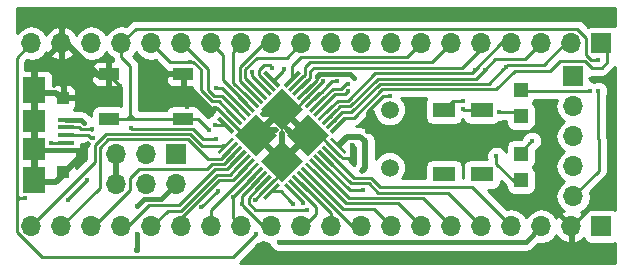
<source format=gtl>
%TF.GenerationSoftware,KiCad,Pcbnew,4.0.7*%
%TF.CreationDate,2017-12-01T14:22:52+08:00*%
%TF.ProjectId,STM32F401CCT6,53544D333246343031434354362E6B69,rev?*%
%TF.FileFunction,Copper,L1,Top,Signal*%
%FSLAX46Y46*%
G04 Gerber Fmt 4.6, Leading zero omitted, Abs format (unit mm)*
G04 Created by KiCad (PCBNEW 4.0.7) date 12/01/17 14:22:52*
%MOMM*%
%LPD*%
G01*
G04 APERTURE LIST*
%ADD10C,0.100000*%
%ADD11R,1.900000X1.300000*%
%ADD12C,1.500000*%
%ADD13R,1.900000X2.250000*%
%ADD14R,1.000000X1.000000*%
%ADD15R,1.350000X0.400000*%
%ADD16R,1.900000X1.900000*%
%ADD17R,1.700000X1.700000*%
%ADD18O,1.700000X1.700000*%
%ADD19R,1.700000X1.000000*%
%ADD20R,1.200000X1.200000*%
%ADD21C,0.453000*%
%ADD22C,0.400000*%
%ADD23C,0.250000*%
%ADD24C,0.300000*%
%ADD25C,0.500000*%
%ADD26C,0.254000*%
G04 APERTURE END LIST*
D10*
D11*
X36822000Y-9292000D03*
X36822000Y-14792000D03*
X40022000Y-14792000D03*
X40022000Y-9292000D03*
D12*
X32222000Y-14222000D03*
X32222000Y-9342000D03*
D13*
X2122000Y-7672000D03*
X2122000Y-15222000D03*
D14*
X4572000Y-8297000D03*
X4572000Y-14597000D03*
D15*
X4797408Y-10147000D03*
X4797408Y-10797000D03*
X4797408Y-11447000D03*
X4797408Y-12097000D03*
X4797408Y-12747000D03*
D16*
X2122000Y-12647000D03*
X2122000Y-10247000D03*
D10*
G36*
X27348435Y-11608715D02*
X28585871Y-12846151D01*
X28373739Y-13058283D01*
X27136303Y-11820847D01*
X27348435Y-11608715D01*
X27348435Y-11608715D01*
G37*
G36*
X26994882Y-11962268D02*
X28232318Y-13199704D01*
X28020186Y-13411836D01*
X26782750Y-12174400D01*
X26994882Y-11962268D01*
X26994882Y-11962268D01*
G37*
G36*
X26641328Y-12315822D02*
X27878764Y-13553258D01*
X27666632Y-13765390D01*
X26429196Y-12527954D01*
X26641328Y-12315822D01*
X26641328Y-12315822D01*
G37*
G36*
X26287775Y-12669375D02*
X27525211Y-13906811D01*
X27313079Y-14118943D01*
X26075643Y-12881507D01*
X26287775Y-12669375D01*
X26287775Y-12669375D01*
G37*
G36*
X25934222Y-13022928D02*
X27171658Y-14260364D01*
X26959526Y-14472496D01*
X25722090Y-13235060D01*
X25934222Y-13022928D01*
X25934222Y-13022928D01*
G37*
G36*
X26605972Y-14826050D02*
X25368536Y-13588614D01*
X25580668Y-13376482D01*
X26818104Y-14613918D01*
X26605972Y-14826050D01*
X26605972Y-14826050D01*
G37*
G36*
X25227115Y-13730035D02*
X26464551Y-14967471D01*
X26252419Y-15179603D01*
X25014983Y-13942167D01*
X25227115Y-13730035D01*
X25227115Y-13730035D01*
G37*
G36*
X24873561Y-14083589D02*
X26110997Y-15321025D01*
X25898865Y-15533157D01*
X24661429Y-14295721D01*
X24873561Y-14083589D01*
X24873561Y-14083589D01*
G37*
G36*
X24520008Y-14437142D02*
X25757444Y-15674578D01*
X25545312Y-15886710D01*
X24307876Y-14649274D01*
X24520008Y-14437142D01*
X24520008Y-14437142D01*
G37*
G36*
X24166455Y-14790695D02*
X25403891Y-16028131D01*
X25191759Y-16240263D01*
X23954323Y-15002827D01*
X24166455Y-14790695D01*
X24166455Y-14790695D01*
G37*
G36*
X23812901Y-15144249D02*
X25050337Y-16381685D01*
X24838205Y-16593817D01*
X23600769Y-15356381D01*
X23812901Y-15144249D01*
X23812901Y-15144249D01*
G37*
G36*
X23459348Y-15497802D02*
X24696784Y-16735238D01*
X24484652Y-16947370D01*
X23247216Y-15709934D01*
X23459348Y-15497802D01*
X23459348Y-15497802D01*
G37*
G36*
X25014983Y-8992419D02*
X26252419Y-7754983D01*
X26464551Y-7967115D01*
X25227115Y-9204551D01*
X25014983Y-8992419D01*
X25014983Y-8992419D01*
G37*
G36*
X25368536Y-9345972D02*
X26605972Y-8108536D01*
X26818104Y-8320668D01*
X25580668Y-9558104D01*
X25368536Y-9345972D01*
X25368536Y-9345972D01*
G37*
G36*
X25722090Y-9699526D02*
X26959526Y-8462090D01*
X27171658Y-8674222D01*
X25934222Y-9911658D01*
X25722090Y-9699526D01*
X25722090Y-9699526D01*
G37*
G36*
X26075643Y-10053079D02*
X27313079Y-8815643D01*
X27525211Y-9027775D01*
X26287775Y-10265211D01*
X26075643Y-10053079D01*
X26075643Y-10053079D01*
G37*
G36*
X26429196Y-10406632D02*
X27666632Y-9169196D01*
X27878764Y-9381328D01*
X26641328Y-10618764D01*
X26429196Y-10406632D01*
X26429196Y-10406632D01*
G37*
G36*
X26782750Y-10760186D02*
X28020186Y-9522750D01*
X28232318Y-9734882D01*
X26994882Y-10972318D01*
X26782750Y-10760186D01*
X26782750Y-10760186D01*
G37*
G36*
X24661429Y-8638865D02*
X25898865Y-7401429D01*
X26110997Y-7613561D01*
X24873561Y-8850997D01*
X24661429Y-8638865D01*
X24661429Y-8638865D01*
G37*
G36*
X27136303Y-11113739D02*
X28373739Y-9876303D01*
X28585871Y-10088435D01*
X27348435Y-11325871D01*
X27136303Y-11113739D01*
X27136303Y-11113739D01*
G37*
G36*
X24307876Y-8285312D02*
X25545312Y-7047876D01*
X25757444Y-7260008D01*
X24520008Y-8497444D01*
X24307876Y-8285312D01*
X24307876Y-8285312D01*
G37*
G36*
X23954323Y-7931759D02*
X25191759Y-6694323D01*
X25403891Y-6906455D01*
X24166455Y-8143891D01*
X23954323Y-7931759D01*
X23954323Y-7931759D01*
G37*
G36*
X23600769Y-7578205D02*
X24838205Y-6340769D01*
X25050337Y-6552901D01*
X23812901Y-7790337D01*
X23600769Y-7578205D01*
X23600769Y-7578205D01*
G37*
G36*
X23247216Y-7224652D02*
X24484652Y-5987216D01*
X24696784Y-6199348D01*
X23459348Y-7436784D01*
X23247216Y-7224652D01*
X23247216Y-7224652D01*
G37*
G36*
X19605616Y-8108536D02*
X20843052Y-9345972D01*
X20630920Y-9558104D01*
X19393484Y-8320668D01*
X19605616Y-8108536D01*
X19605616Y-8108536D01*
G37*
G36*
X19959169Y-7754983D02*
X21196605Y-8992419D01*
X20984473Y-9204551D01*
X19747037Y-7967115D01*
X19959169Y-7754983D01*
X19959169Y-7754983D01*
G37*
G36*
X20312723Y-7401429D02*
X21550159Y-8638865D01*
X21338027Y-8850997D01*
X20100591Y-7613561D01*
X20312723Y-7401429D01*
X20312723Y-7401429D01*
G37*
G36*
X20666276Y-7047876D02*
X21903712Y-8285312D01*
X21691580Y-8497444D01*
X20454144Y-7260008D01*
X20666276Y-7047876D01*
X20666276Y-7047876D01*
G37*
G36*
X21019829Y-6694323D02*
X22257265Y-7931759D01*
X22045133Y-8143891D01*
X20807697Y-6906455D01*
X21019829Y-6694323D01*
X21019829Y-6694323D01*
G37*
G36*
X21373383Y-6340769D02*
X22610819Y-7578205D01*
X22398687Y-7790337D01*
X21161251Y-6552901D01*
X21373383Y-6340769D01*
X21373383Y-6340769D01*
G37*
G36*
X21726936Y-5987216D02*
X22964372Y-7224652D01*
X22752240Y-7436784D01*
X21514804Y-6199348D01*
X21726936Y-5987216D01*
X21726936Y-5987216D01*
G37*
G36*
X19252062Y-8462090D02*
X20489498Y-9699526D01*
X20277366Y-9911658D01*
X19039930Y-8674222D01*
X19252062Y-8462090D01*
X19252062Y-8462090D01*
G37*
G36*
X18898509Y-8815643D02*
X20135945Y-10053079D01*
X19923813Y-10265211D01*
X18686377Y-9027775D01*
X18898509Y-8815643D01*
X18898509Y-8815643D01*
G37*
G36*
X18544956Y-9169196D02*
X19782392Y-10406632D01*
X19570260Y-10618764D01*
X18332824Y-9381328D01*
X18544956Y-9169196D01*
X18544956Y-9169196D01*
G37*
G36*
X18191402Y-9522750D02*
X19428838Y-10760186D01*
X19216706Y-10972318D01*
X17979270Y-9734882D01*
X18191402Y-9522750D01*
X18191402Y-9522750D01*
G37*
G36*
X17837849Y-9876303D02*
X19075285Y-11113739D01*
X18863153Y-11325871D01*
X17625717Y-10088435D01*
X17837849Y-9876303D01*
X17837849Y-9876303D01*
G37*
G36*
X19747037Y-14967471D02*
X20984473Y-13730035D01*
X21196605Y-13942167D01*
X19959169Y-15179603D01*
X19747037Y-14967471D01*
X19747037Y-14967471D01*
G37*
G36*
X19393484Y-14613918D02*
X20630920Y-13376482D01*
X20843052Y-13588614D01*
X19605616Y-14826050D01*
X19393484Y-14613918D01*
X19393484Y-14613918D01*
G37*
G36*
X20100591Y-15321025D02*
X21338027Y-14083589D01*
X21550159Y-14295721D01*
X20312723Y-15533157D01*
X20100591Y-15321025D01*
X20100591Y-15321025D01*
G37*
G36*
X20454144Y-15674578D02*
X21691580Y-14437142D01*
X21903712Y-14649274D01*
X20666276Y-15886710D01*
X20454144Y-15674578D01*
X20454144Y-15674578D01*
G37*
G36*
X20807697Y-16028131D02*
X22045133Y-14790695D01*
X22257265Y-15002827D01*
X21019829Y-16240263D01*
X20807697Y-16028131D01*
X20807697Y-16028131D01*
G37*
G36*
X21161251Y-16381685D02*
X22398687Y-15144249D01*
X22610819Y-15356381D01*
X21373383Y-16593817D01*
X21161251Y-16381685D01*
X21161251Y-16381685D01*
G37*
G36*
X21514804Y-16735238D02*
X22752240Y-15497802D01*
X22964372Y-15709934D01*
X21726936Y-16947370D01*
X21514804Y-16735238D01*
X21514804Y-16735238D01*
G37*
G36*
X19039930Y-14260364D02*
X20277366Y-13022928D01*
X20489498Y-13235060D01*
X19252062Y-14472496D01*
X19039930Y-14260364D01*
X19039930Y-14260364D01*
G37*
G36*
X18686377Y-13906811D02*
X19923813Y-12669375D01*
X20135945Y-12881507D01*
X18898509Y-14118943D01*
X18686377Y-13906811D01*
X18686377Y-13906811D01*
G37*
G36*
X18332824Y-13553258D02*
X19570260Y-12315822D01*
X19782392Y-12527954D01*
X18544956Y-13765390D01*
X18332824Y-13553258D01*
X18332824Y-13553258D01*
G37*
G36*
X17979270Y-13199704D02*
X19216706Y-11962268D01*
X19428838Y-12174400D01*
X18191402Y-13411836D01*
X17979270Y-13199704D01*
X17979270Y-13199704D01*
G37*
G36*
X17625717Y-12846151D02*
X18863153Y-11608715D01*
X19075285Y-11820847D01*
X17837849Y-13058283D01*
X17625717Y-12846151D01*
X17625717Y-12846151D01*
G37*
G36*
X25297825Y-9699526D02*
X27065592Y-11467293D01*
X25297825Y-13235060D01*
X23530058Y-11467293D01*
X25297825Y-9699526D01*
X25297825Y-9699526D01*
G37*
G36*
X20913763Y-9699526D02*
X22681530Y-11467293D01*
X20913763Y-13235060D01*
X19145996Y-11467293D01*
X20913763Y-9699526D01*
X20913763Y-9699526D01*
G37*
G36*
X23105794Y-11891557D02*
X24873561Y-13659324D01*
X23105794Y-15427091D01*
X21338027Y-13659324D01*
X23105794Y-11891557D01*
X23105794Y-11891557D01*
G37*
G36*
X23105794Y-7507495D02*
X24873561Y-9275262D01*
X23105794Y-11043029D01*
X21338027Y-9275262D01*
X23105794Y-7507495D01*
X23105794Y-7507495D01*
G37*
D17*
X47772000Y-6482000D03*
D18*
X47772000Y-9022000D03*
X47772000Y-11562000D03*
X47772000Y-14102000D03*
X47772000Y-16642000D03*
D19*
X8462000Y-6282000D03*
X14762000Y-6282000D03*
X8462000Y-10082000D03*
X14762000Y-10082000D03*
D17*
X50152000Y-19182000D03*
D18*
X47612000Y-19182000D03*
X45072000Y-19182000D03*
X42532000Y-19182000D03*
X39992000Y-19182000D03*
X37452000Y-19182000D03*
X34912000Y-19182000D03*
X32372000Y-19182000D03*
X29832000Y-19182000D03*
X27292000Y-19182000D03*
X24752000Y-19182000D03*
X22212000Y-19182000D03*
X19672000Y-19182000D03*
X17132000Y-19182000D03*
X14592000Y-19182000D03*
X12052000Y-19182000D03*
X9512000Y-19182000D03*
X6972000Y-19182000D03*
X4432000Y-19182000D03*
X1892000Y-19182000D03*
D17*
X50152000Y-3682000D03*
D18*
X47612000Y-3682000D03*
X45072000Y-3682000D03*
X42532000Y-3682000D03*
X39992000Y-3682000D03*
X37452000Y-3682000D03*
X34912000Y-3682000D03*
X32372000Y-3682000D03*
X29832000Y-3682000D03*
X27292000Y-3682000D03*
X24752000Y-3682000D03*
X22212000Y-3682000D03*
X19672000Y-3682000D03*
X17132000Y-3682000D03*
X14592000Y-3682000D03*
X12052000Y-3682000D03*
X9512000Y-3682000D03*
X6972000Y-3682000D03*
X4432000Y-3682000D03*
X1892000Y-3682000D03*
D17*
X14110000Y-13080000D03*
D18*
X14110000Y-15620000D03*
X11570000Y-13080000D03*
X11570000Y-15620000D03*
X9030000Y-13080000D03*
X9030000Y-15620000D03*
D20*
X43332000Y-7632000D03*
X43332000Y-9832000D03*
X43332000Y-13062000D03*
X43332000Y-15262000D03*
D21*
X4978642Y-16975358D03*
X22830000Y-20483500D03*
X6570000Y-15250000D03*
X6340000Y-10420000D03*
X11492000Y-7402000D03*
X33870000Y-12560000D03*
X20838457Y-16989442D03*
X26588588Y-6909077D03*
X6670448Y-12212992D03*
X9360000Y-7270000D03*
X29030000Y-12270000D03*
X15027782Y-9037708D03*
X17452000Y-9202000D03*
X29015525Y-13418475D03*
X32242000Y-8122000D03*
X6502000Y-5382000D03*
X21462000Y-9712000D03*
X23082000Y-11297010D03*
X23572000Y-10972000D03*
X22632000Y-11032000D03*
X30302000Y-11072000D03*
X49870000Y-7710000D03*
X27800000Y-6908502D03*
X16953502Y-11052880D03*
X49860000Y-5090000D03*
X38412000Y-8562000D03*
X40283765Y-5933765D03*
X38440000Y-9260000D03*
X39415637Y-5942266D03*
X28687278Y-7758528D03*
X28671321Y-7095929D03*
X41470000Y-9480000D03*
X41270499Y-13199915D03*
X10302000Y-10820499D03*
X17510000Y-11810000D03*
X17682000Y-16150500D03*
X16242233Y-17582233D03*
X42062000Y-5672000D03*
X23320000Y-5870009D03*
X22270000Y-5780000D03*
X20572000Y-6132000D03*
X24876565Y-17206504D03*
X25252000Y-17832000D03*
X19701956Y-17305509D03*
X18976246Y-16716246D03*
X29932000Y-16132000D03*
X17502000Y-7442000D03*
X7001522Y-10963120D03*
X3582000Y-12115500D03*
X7079495Y-11673617D03*
X15360000Y-5230000D03*
X1372000Y-16812000D03*
X20871991Y-19857000D03*
X10772000Y-21212000D03*
X10792000Y-19789009D03*
X26043686Y-6549227D03*
X49203895Y-7744652D03*
X10812000Y-17472000D03*
X29202000Y-6642000D03*
X17403613Y-10579794D03*
X24039145Y-17268683D03*
X29922000Y-14492000D03*
X44272000Y-11932000D03*
D22*
X4797408Y-10147000D02*
X6067000Y-10147000D01*
X6067000Y-10147000D02*
X6340000Y-10420000D01*
D23*
X4978642Y-16841358D02*
X4978642Y-16975358D01*
X6570000Y-15250000D02*
X4978642Y-16841358D01*
D22*
X43770500Y-20483500D02*
X23150319Y-20483500D01*
X45072000Y-19182000D02*
X43770500Y-20483500D01*
X23150319Y-20483500D02*
X22830000Y-20483500D01*
D23*
X45072000Y-19222000D02*
X43762000Y-20532000D01*
D24*
X6272000Y-10352000D02*
X6340000Y-10420000D01*
D25*
X5931440Y-13422560D02*
X5931440Y-12952000D01*
D22*
X2122000Y-12647000D02*
X2222000Y-12747000D01*
X2222000Y-12747000D02*
X4797408Y-12747000D01*
X4797408Y-12747000D02*
X5872408Y-12747000D01*
X5872408Y-12747000D02*
X5931440Y-12806032D01*
X5931440Y-12806032D02*
X5931440Y-12952000D01*
D25*
X4572000Y-14597000D02*
X4757000Y-14597000D01*
X4757000Y-14597000D02*
X5931440Y-13422560D01*
D22*
X2236592Y-12742000D02*
X2126592Y-12852000D01*
D25*
X2126592Y-7877000D02*
X3951592Y-7877000D01*
X3951592Y-7877000D02*
X4576592Y-8502000D01*
X2126592Y-15427000D02*
X3951592Y-15427000D01*
X3951592Y-15427000D02*
X4576592Y-14802000D01*
X2126592Y-12852000D02*
X2126592Y-15427000D01*
X2126592Y-10452000D02*
X2126592Y-12852000D01*
X2126592Y-7877000D02*
X2126592Y-10452000D01*
X2102000Y-6012000D02*
X2126592Y-6036592D01*
X2126592Y-6036592D02*
X2126592Y-7877000D01*
D23*
X15991681Y-8062000D02*
X16201681Y-8272000D01*
X16201681Y-8272000D02*
X17131681Y-9202000D01*
X15802000Y-8251681D02*
X16181362Y-8251681D01*
X16181362Y-8251681D02*
X16201681Y-8272000D01*
X15802000Y-8251681D02*
X15991681Y-8062000D01*
X15430000Y-8623681D02*
X15802000Y-8251681D01*
X15432000Y-7502319D02*
X15802000Y-7872319D01*
X15802000Y-7872319D02*
X15991681Y-8062000D01*
X15802000Y-8251681D02*
X15802000Y-7872319D01*
X15430000Y-8635490D02*
X15430000Y-8623681D01*
D25*
X8452000Y-6462000D02*
X7612000Y-6462000D01*
X7612000Y-6462000D02*
X4832000Y-3682000D01*
X4832000Y-3682000D02*
X4432000Y-3682000D01*
D23*
X11812319Y-7402000D02*
X11492000Y-7402000D01*
X15331681Y-7402000D02*
X11812319Y-7402000D01*
X15432000Y-7502319D02*
X15331681Y-7402000D01*
D22*
X33643501Y-12333501D02*
X33870000Y-12560000D01*
X32382000Y-11072000D02*
X33643501Y-12333501D01*
X30302000Y-11072000D02*
X32382000Y-11072000D01*
D23*
X15027782Y-9037708D02*
X15430000Y-8635490D01*
X15430000Y-7504319D02*
X15432000Y-7502319D01*
X21877241Y-15863740D02*
X20830000Y-16910981D01*
X20830000Y-16980985D02*
X20838457Y-16989442D01*
X20830000Y-16910981D02*
X20830000Y-16980985D01*
X47612000Y-19222000D02*
X50622000Y-16212000D01*
X25422227Y-8075438D02*
X26362089Y-7135576D01*
X25422227Y-8125553D02*
X25422227Y-8075438D01*
X26362089Y-7135576D02*
X26588588Y-6909077D01*
D25*
X6443949Y-12439491D02*
X6670448Y-12212992D01*
X5931440Y-12952000D02*
X6443949Y-12439491D01*
D23*
X8552000Y-6462000D02*
X9133501Y-7043501D01*
X8452000Y-6462000D02*
X8552000Y-6462000D01*
X9133501Y-7043501D02*
X9360000Y-7270000D01*
D22*
X29015525Y-12284475D02*
X29030000Y-12270000D01*
X29015525Y-13418475D02*
X29015525Y-12284475D01*
D23*
X18695260Y-10242241D02*
X17645019Y-9192000D01*
X17645019Y-9192000D02*
X17462000Y-9192000D01*
X17462000Y-9192000D02*
X17452000Y-9202000D01*
X17131681Y-9202000D02*
X17452000Y-9202000D01*
D22*
X47612000Y-19182000D02*
X45172000Y-16742000D01*
D25*
X4432000Y-3682000D02*
X2102000Y-6012000D01*
D23*
X27507534Y-12687052D02*
X26287775Y-11467293D01*
X26287775Y-11467293D02*
X25297825Y-11467293D01*
X29015525Y-13418475D02*
X28238425Y-13418475D01*
X28238425Y-13418475D02*
X28238425Y-13417943D01*
X28238425Y-13417943D02*
X27507534Y-12687052D01*
X29015525Y-13416355D02*
X29015525Y-13418475D01*
X29011170Y-13412000D02*
X29015525Y-13416355D01*
X25292000Y-11462000D02*
X26281950Y-11462000D01*
X31921681Y-8122000D02*
X32242000Y-8122000D01*
X30302000Y-11072000D02*
X30302000Y-9483381D01*
X31663381Y-8122000D02*
X31921681Y-8122000D01*
X30302000Y-9483381D02*
X31663381Y-8122000D01*
X25380388Y-8120920D02*
X24231339Y-9269969D01*
X24231339Y-9269969D02*
X23099969Y-9269969D01*
D25*
X23099969Y-13654031D02*
X20907938Y-11462000D01*
X25292000Y-11462000D02*
X23099969Y-13654031D01*
X25292000Y-11462000D02*
X23099969Y-9269969D01*
X22632000Y-11032000D02*
X21337938Y-11032000D01*
X21337938Y-11032000D02*
X20907938Y-11462000D01*
X23082000Y-11297010D02*
X23082000Y-13636062D01*
X25292000Y-11462000D02*
X24062000Y-11462000D01*
X24062000Y-11462000D02*
X23572000Y-10972000D01*
X23099969Y-9269969D02*
X20907938Y-11462000D01*
X21462000Y-9712000D02*
X22657938Y-9712000D01*
X22657938Y-9712000D02*
X23099969Y-9269969D01*
D23*
X23099969Y-13654031D02*
X23099969Y-14643981D01*
X23099969Y-14643981D02*
X21880210Y-15863740D01*
X20907938Y-11462000D02*
X22252104Y-11462000D01*
X18698229Y-10242241D02*
X19917988Y-11462000D01*
X19917988Y-11462000D02*
X20907938Y-11462000D01*
X27521776Y-12681776D02*
X27498740Y-12681776D01*
X27498740Y-12681776D02*
X27498732Y-12681768D01*
X7682000Y-6462000D02*
X8452000Y-6462000D01*
D25*
X2102000Y-8152000D02*
X2102000Y-8752000D01*
D23*
X9822000Y-10082000D02*
X10582000Y-10082000D01*
X10582000Y-10082000D02*
X14762000Y-10082000D01*
X10268508Y-9762000D02*
X10268508Y-9768508D01*
X10268508Y-9768508D02*
X10582000Y-10082000D01*
X8462000Y-10082000D02*
X9822000Y-10082000D01*
X9948508Y-10082000D02*
X10268508Y-9762000D01*
X10268508Y-5640589D02*
X10268508Y-9762000D01*
X9822000Y-10082000D02*
X9948508Y-10082000D01*
X10268508Y-9762000D02*
X10268508Y-10000000D01*
X16953502Y-11052880D02*
X15982622Y-10082000D01*
X15982622Y-10082000D02*
X14762000Y-10082000D01*
X49870000Y-11752000D02*
X49870000Y-8030319D01*
X49910000Y-11792000D02*
X49870000Y-11752000D01*
X49870000Y-8030319D02*
X49870000Y-7710000D01*
X49910000Y-11964000D02*
X49910000Y-11792000D01*
X49910000Y-11792000D02*
X49910000Y-14504000D01*
X49910000Y-14504000D02*
X47772000Y-16642000D01*
X25841768Y-8402000D02*
X25843768Y-8400000D01*
X25843768Y-8400000D02*
X25854886Y-8400000D01*
X25854886Y-8400000D02*
X26471350Y-7783536D01*
X26952009Y-7325595D02*
X27369102Y-6908502D01*
X26471350Y-7783536D02*
X26495388Y-7783536D01*
X26495388Y-7783536D02*
X26952009Y-7326915D01*
X26952009Y-7326915D02*
X26952009Y-7325595D01*
X27369102Y-6908502D02*
X27800000Y-6908502D01*
X9512000Y-3682000D02*
X9512000Y-4884081D01*
X9512000Y-4884081D02*
X10268508Y-5640589D01*
X48110988Y-2442000D02*
X48882000Y-3213012D01*
X10752000Y-2442000D02*
X48110988Y-2442000D01*
X9512000Y-3682000D02*
X10752000Y-2442000D01*
X14752000Y-10262000D02*
X14428634Y-9938634D01*
X14752000Y-10262000D02*
X14752000Y-10094081D01*
X9950000Y-3650000D02*
X9940000Y-3650000D01*
X47772000Y-16492000D02*
X47772000Y-16642000D01*
X49539681Y-5090000D02*
X49860000Y-5090000D01*
X49289999Y-5090000D02*
X49539681Y-5090000D01*
X48882000Y-4682001D02*
X49289999Y-5090000D01*
X48882000Y-3213012D02*
X48882000Y-4682001D01*
X39547024Y-6670506D02*
X40057266Y-6160264D01*
X40057266Y-6160264D02*
X40283765Y-5933765D01*
X31205685Y-6670506D02*
X39547024Y-6670506D01*
X28894199Y-8981992D02*
X31205685Y-6670506D01*
X27145186Y-9888687D02*
X28051881Y-8981992D01*
X28051881Y-8981992D02*
X28894199Y-8981992D01*
X41177021Y-5040509D02*
X43683491Y-5040509D01*
X43683491Y-5040509D02*
X45072000Y-3652000D01*
X40283765Y-5933765D02*
X41177021Y-5040509D01*
X38412000Y-8562000D02*
X37552000Y-8562000D01*
X37552000Y-8562000D02*
X36822000Y-9292000D01*
X38472000Y-9292000D02*
X38440000Y-9260000D01*
X40022000Y-9292000D02*
X38472000Y-9292000D01*
X39189138Y-6168765D02*
X39415637Y-5942266D01*
X31019289Y-6220505D02*
X39137398Y-6220505D01*
X26800427Y-9540427D02*
X27808863Y-8531991D01*
X28707803Y-8531991D02*
X31019289Y-6220505D01*
X39137398Y-6220505D02*
X39189138Y-6168765D01*
X27808863Y-8531991D02*
X28707803Y-8531991D01*
X39415637Y-5942266D02*
X41685903Y-3672000D01*
X41685903Y-3672000D02*
X42542000Y-3672000D01*
X42542000Y-3672000D02*
X42532000Y-3682000D01*
X40022000Y-9292000D02*
X39722000Y-9292000D01*
X42972000Y-3652000D02*
X42970000Y-3650000D01*
X28687278Y-7758528D02*
X28462279Y-7983527D01*
X28462279Y-7983527D02*
X27639103Y-7983527D01*
X27639103Y-7983527D02*
X27130477Y-8492153D01*
X27130477Y-8492153D02*
X26441049Y-9181581D01*
X26441049Y-9181581D02*
X26472419Y-9181581D01*
X27402009Y-7511991D02*
X27402009Y-7513311D01*
X27402009Y-7513311D02*
X26082660Y-8832660D01*
X27402009Y-7511991D02*
X27402009Y-7513513D01*
X27402009Y-7511991D02*
X28125997Y-7511991D01*
X28125997Y-7511991D02*
X28542059Y-7095929D01*
X28542059Y-7095929D02*
X28671321Y-7095929D01*
X41512000Y-9522000D02*
X41470000Y-9480000D01*
X43592000Y-9522000D02*
X41512000Y-9522000D01*
X41270499Y-13890499D02*
X41270499Y-13520234D01*
X43592000Y-15362000D02*
X42742000Y-15362000D01*
X42742000Y-15362000D02*
X41270499Y-13890499D01*
X41270499Y-13520234D02*
X41270499Y-13199915D01*
X43592000Y-15149538D02*
X43592000Y-15362000D01*
X17510000Y-11810000D02*
X16422794Y-11810000D01*
X16422794Y-11810000D02*
X15534792Y-10921998D01*
X15534792Y-10921998D02*
X10411998Y-10921998D01*
X10411998Y-10921998D02*
X10310499Y-10820499D01*
X10310499Y-10820499D02*
X10302000Y-10820499D01*
X17673966Y-16150500D02*
X17682000Y-16150500D01*
X16242233Y-17582233D02*
X17673966Y-16150500D01*
X49315595Y-5751992D02*
X50175997Y-5751992D01*
X50652000Y-4152000D02*
X50152000Y-3652000D01*
X48735603Y-5172000D02*
X49315595Y-5751992D01*
X46618989Y-5172000D02*
X48735603Y-5172000D01*
X42806991Y-6017009D02*
X45773980Y-6017009D01*
X41253492Y-7570508D02*
X42806991Y-6017009D01*
X31578477Y-7570508D02*
X41253492Y-7570508D01*
X45773980Y-6017009D02*
X46618989Y-5172000D01*
X29166985Y-9982000D02*
X31578477Y-7570508D01*
X50652000Y-5275989D02*
X50652000Y-4152000D01*
X28448000Y-9982000D02*
X29166985Y-9982000D01*
X27861087Y-10568913D02*
X28448000Y-9982000D01*
X27861087Y-10601087D02*
X27861087Y-10568913D01*
X50175997Y-5751992D02*
X50652000Y-5275989D01*
X41835501Y-5898499D02*
X42062000Y-5672000D01*
X40613493Y-7120507D02*
X41835501Y-5898499D01*
X28980588Y-9532000D02*
X31392081Y-7120507D01*
X28208981Y-9532000D02*
X28980588Y-9532000D01*
X27498740Y-10242241D02*
X28208981Y-9532000D01*
X31392081Y-7120507D02*
X40613493Y-7120507D01*
X47612000Y-3682000D02*
X47112000Y-3682000D01*
X47112000Y-3682000D02*
X45261990Y-5532010D01*
X45261990Y-5532010D02*
X42191990Y-5532010D01*
X42191990Y-5532010D02*
X42062000Y-5662000D01*
X42062000Y-5662000D02*
X42062000Y-5672000D01*
X24679107Y-7419107D02*
X25471785Y-6626429D01*
X25471785Y-6626429D02*
X25471785Y-6072215D01*
X25471785Y-6072215D02*
X25787007Y-5756993D01*
X25787007Y-5756993D02*
X38323007Y-5756993D01*
X38323007Y-5756993D02*
X40430000Y-3650000D01*
X25021784Y-6369322D02*
X25014981Y-6376125D01*
X35827008Y-5306992D02*
X25447008Y-5306992D01*
X25021784Y-5732216D02*
X25021784Y-6369322D01*
X25447008Y-5306992D02*
X25021784Y-5732216D01*
X37452000Y-3682000D02*
X35827008Y-5306992D01*
X25014981Y-6376125D02*
X24325553Y-7065553D01*
X33707009Y-4856991D02*
X34912000Y-3652000D01*
X24717009Y-4856991D02*
X33707009Y-4856991D01*
X23963206Y-5610794D02*
X24717009Y-4856991D01*
X23963206Y-6706707D02*
X23963206Y-5610794D01*
X23093501Y-6096508D02*
X23320000Y-5870009D01*
X22478669Y-6711340D02*
X23093501Y-6096508D01*
X22228928Y-6711340D02*
X22478669Y-6711340D01*
X21877241Y-7060260D02*
X21877241Y-7021407D01*
X21590000Y-5560000D02*
X22070000Y-5560000D01*
X21877241Y-7021407D02*
X21189804Y-6333970D01*
X21189804Y-6333970D02*
X21189804Y-5960196D01*
X22070000Y-5560000D02*
X22300000Y-5790000D01*
X21189804Y-5960196D02*
X21590000Y-5560000D01*
X20572000Y-6452319D02*
X20572000Y-6132000D01*
X20572000Y-6462127D02*
X20572000Y-6452319D01*
X21523687Y-7413814D02*
X20572000Y-6462127D01*
X24752000Y-3652000D02*
X23492000Y-4912000D01*
X23492000Y-4912000D02*
X20995792Y-4912000D01*
X20995792Y-4912000D02*
X20012009Y-5895783D01*
X20012009Y-5895783D02*
X20012009Y-6609242D01*
X20012009Y-6609242D02*
X21170134Y-7767367D01*
X19562008Y-5709387D02*
X21619395Y-3652000D01*
X19562008Y-6866347D02*
X19562008Y-5709387D01*
X20816581Y-8120920D02*
X19562008Y-6866347D01*
X21619395Y-3652000D02*
X22212000Y-3652000D01*
X22254000Y-3650000D02*
X22650000Y-3650000D01*
X20110000Y-3650000D02*
X19780285Y-3650000D01*
X19780285Y-3650000D02*
X19002000Y-4428285D01*
X19002000Y-4428285D02*
X19002000Y-7013447D01*
X19002000Y-7013447D02*
X20463027Y-8474474D01*
X18091991Y-4641991D02*
X18091991Y-6810544D01*
X17132000Y-3682000D02*
X18091991Y-4641991D01*
X18091991Y-6810544D02*
X20109474Y-8828027D01*
X18012726Y-8141992D02*
X17370993Y-8141992D01*
X16882008Y-5870627D02*
X14663381Y-3652000D01*
X19411161Y-9540427D02*
X18012726Y-8141992D01*
X17370993Y-8141992D02*
X16882008Y-7653007D01*
X16882008Y-7653007D02*
X16882008Y-5870627D01*
X14663381Y-3652000D02*
X14592000Y-3652000D01*
X23972000Y-16222586D02*
X24876565Y-17127151D01*
X24876565Y-17127151D02*
X24876565Y-17206504D01*
X20865792Y-17832000D02*
X24931681Y-17832000D01*
X21532481Y-15515479D02*
X20280415Y-16767545D01*
X20280415Y-16767545D02*
X20280415Y-17246623D01*
X20280415Y-17246623D02*
X20865792Y-17832000D01*
X24931681Y-17832000D02*
X25252000Y-17832000D01*
X27145186Y-13035313D02*
X29191873Y-15082000D01*
X29191873Y-15082000D02*
X30642000Y-15082000D01*
X30642000Y-15082000D02*
X31442000Y-15882000D01*
X31442000Y-15882000D02*
X39232000Y-15882000D01*
X39232000Y-15882000D02*
X42532000Y-19182000D01*
X26791633Y-13388866D02*
X28949775Y-15547008D01*
X28949775Y-15547008D02*
X30470611Y-15547008D01*
X30470611Y-15547008D02*
X31255604Y-16332001D01*
X31255604Y-16332001D02*
X37142001Y-16332001D01*
X37142001Y-16332001D02*
X39992000Y-19182000D01*
X26084526Y-14095973D02*
X28770555Y-16782002D01*
X28770555Y-16782002D02*
X35052002Y-16782002D01*
X35052002Y-16782002D02*
X37452000Y-19182000D01*
X25730973Y-14449526D02*
X28513450Y-17232003D01*
X28513450Y-17232003D02*
X32962003Y-17232003D01*
X32962003Y-17232003D02*
X34912000Y-19182000D01*
X25377419Y-14803080D02*
X28256343Y-17682004D01*
X28256343Y-17682004D02*
X30872004Y-17682004D01*
X30872004Y-17682004D02*
X32372000Y-19182000D01*
X29832000Y-19182000D02*
X29062000Y-19182000D01*
X29062000Y-19182000D02*
X25032000Y-15152000D01*
X24670313Y-15510186D02*
X24709166Y-15510186D01*
X24709166Y-15510186D02*
X27292000Y-18093020D01*
X27292000Y-18093020D02*
X27292000Y-19402000D01*
X24752000Y-19402000D02*
X25983491Y-18170509D01*
X25983491Y-18170509D02*
X25983491Y-17533491D01*
X25224294Y-16764294D02*
X25202000Y-16742000D01*
X25983491Y-17533491D02*
X25224294Y-16774294D01*
X25224294Y-16774294D02*
X25224294Y-16764294D01*
X25202000Y-16742000D02*
X25185590Y-16742000D01*
X25185590Y-16742000D02*
X24316759Y-15873169D01*
X19701956Y-16985190D02*
X19701956Y-17305509D01*
X21170134Y-15156633D02*
X19701956Y-16624811D01*
X19701956Y-16624811D02*
X19701956Y-16985190D01*
X21618447Y-19222000D02*
X19928455Y-17532008D01*
X22212000Y-19222000D02*
X21618447Y-19222000D01*
X19928455Y-17532008D02*
X19701956Y-17305509D01*
X22212000Y-19402000D02*
X21922000Y-19402000D01*
X19672000Y-19182000D02*
X18992000Y-18502000D01*
X18992000Y-18502000D02*
X18992000Y-16732000D01*
X18992000Y-16732000D02*
X18976246Y-16716246D01*
X20816581Y-14803080D02*
X18962000Y-16657661D01*
X18962000Y-16657661D02*
X18962000Y-16712000D01*
X18962000Y-16712000D02*
X18972000Y-16712000D01*
X18972000Y-16712000D02*
X18976246Y-16716246D01*
X20463027Y-14449526D02*
X17132000Y-17780553D01*
X17132000Y-17780553D02*
X17132000Y-19402000D01*
X17776904Y-15267636D02*
X18941312Y-15267636D01*
X14592000Y-18452540D02*
X17776904Y-15267636D01*
X18941312Y-15267636D02*
X20117608Y-14091340D01*
X14592000Y-19182000D02*
X14592000Y-18452540D01*
X14592000Y-19402000D02*
X14806948Y-19402000D01*
X15030000Y-19398000D02*
X15032000Y-19396000D01*
X15032000Y-19396000D02*
X15032000Y-19173447D01*
X17590507Y-14817636D02*
X14556142Y-17852001D01*
X13421999Y-17852001D02*
X12052000Y-19222000D01*
X18680703Y-14817636D02*
X17590507Y-14817636D01*
X19755920Y-13742419D02*
X18680703Y-14817636D01*
X14556142Y-17852001D02*
X13421999Y-17852001D01*
X12490000Y-19398000D02*
X12502000Y-19386000D01*
X9512000Y-19182000D02*
X10032000Y-19182000D01*
X10032000Y-19182000D02*
X11812000Y-17402000D01*
X11812000Y-17402000D02*
X14369746Y-17402000D01*
X18437685Y-14367635D02*
X19411161Y-13394159D01*
X14369746Y-17402000D02*
X17404111Y-14367635D01*
X17404111Y-14367635D02*
X18437685Y-14367635D01*
X19048814Y-13035313D02*
X18166492Y-13917635D01*
X18166492Y-13917635D02*
X17162365Y-13917635D01*
X17162365Y-13917635D02*
X16760000Y-14320000D01*
X16760000Y-14320000D02*
X11024000Y-14320000D01*
X11024000Y-14320000D02*
X10282000Y-15062000D01*
X10282000Y-15062000D02*
X10282000Y-16076615D01*
X10282000Y-16076615D02*
X10277385Y-16076615D01*
X10277385Y-16076615D02*
X7172000Y-19182000D01*
X7172000Y-19182000D02*
X7112000Y-19182000D01*
X7112000Y-19182000D02*
X6972000Y-19182000D01*
X6972000Y-19386615D02*
X6972000Y-19402000D01*
X15162000Y-11822000D02*
X16807634Y-13467634D01*
X16807634Y-13467634D02*
X17923472Y-13467634D01*
X7712000Y-12522000D02*
X8412000Y-11822000D01*
X4432000Y-19182000D02*
X7712000Y-15902000D01*
X7712000Y-15902000D02*
X7712000Y-12522000D01*
X8412000Y-11822000D02*
X15162000Y-11822000D01*
X17923472Y-13467634D02*
X18014626Y-13376480D01*
X18014626Y-13376480D02*
X18704054Y-12687052D01*
X18010377Y-12361491D02*
X18038369Y-12333499D01*
X16337887Y-12361491D02*
X18010377Y-12361491D01*
X1892000Y-19182000D02*
X2741999Y-18332001D01*
X15348396Y-11371999D02*
X16337887Y-12361491D01*
X8225604Y-11371999D02*
X15348396Y-11371999D01*
X7261999Y-12335604D02*
X8225604Y-11371999D01*
X18038369Y-12333499D02*
X18350501Y-12333499D01*
X2741999Y-18291792D02*
X7261999Y-13771792D01*
X2741999Y-18332001D02*
X2741999Y-18291792D01*
X7261999Y-13771792D02*
X7261999Y-12335604D01*
X28827661Y-16132000D02*
X29932000Y-16132000D01*
X26438080Y-13742419D02*
X28827661Y-16132000D01*
X17822319Y-7442000D02*
X17502000Y-7442000D01*
X18019840Y-7442000D02*
X17822319Y-7442000D01*
X19764714Y-9186874D02*
X18019840Y-7442000D01*
X4797408Y-10797000D02*
X5900792Y-10797000D01*
X5900792Y-10797000D02*
X6075283Y-10971491D01*
X6075283Y-10971491D02*
X6672832Y-10971491D01*
X6672832Y-10971491D02*
X6681203Y-10963120D01*
X6681203Y-10963120D02*
X7001522Y-10963120D01*
X6958000Y-11002000D02*
X7000000Y-10960000D01*
X7000000Y-10960000D02*
X7000000Y-10961598D01*
X7000000Y-10961598D02*
X7001522Y-10963120D01*
X3582000Y-12142000D02*
X3582000Y-12115500D01*
X3600500Y-12097000D02*
X3582000Y-12115500D01*
X3587000Y-12147000D02*
X3582000Y-12142000D01*
X4797408Y-12097000D02*
X3600500Y-12097000D01*
X4722408Y-12022000D02*
X4632408Y-12112000D01*
X4797408Y-11447000D02*
X6720664Y-11447000D01*
X6720664Y-11447000D02*
X6947281Y-11673617D01*
X6947281Y-11673617D02*
X7079495Y-11673617D01*
X7102000Y-11652000D02*
X7122000Y-11672000D01*
X7122000Y-11672000D02*
X7081112Y-11672000D01*
X7081112Y-11672000D02*
X7079495Y-11673617D01*
X19057608Y-9893980D02*
X17764137Y-8600509D01*
X17764137Y-8600509D02*
X17193114Y-8600509D01*
X17193114Y-8600509D02*
X16210000Y-7617395D01*
X16210000Y-7617395D02*
X16210000Y-5850000D01*
X16210000Y-5850000D02*
X15600000Y-5240000D01*
X15600000Y-5240000D02*
X15370000Y-5240000D01*
X15370000Y-5240000D02*
X15360000Y-5230000D01*
X12052000Y-3682000D02*
X13600000Y-5230000D01*
X13600000Y-5230000D02*
X15039681Y-5230000D01*
X15039681Y-5230000D02*
X15360000Y-5230000D01*
X20871991Y-19857000D02*
X18926991Y-21802000D01*
X18926991Y-21802000D02*
X2773012Y-21802000D01*
X2773012Y-21802000D02*
X632000Y-19660988D01*
X632000Y-19660988D02*
X632000Y-16992000D01*
X632000Y-16992000D02*
X632000Y-16802000D01*
X832000Y-16812000D02*
X812000Y-16812000D01*
X812000Y-16812000D02*
X632000Y-16992000D01*
X832000Y-16812000D02*
X642000Y-16812000D01*
X1372000Y-16812000D02*
X832000Y-16812000D01*
X632000Y-16802000D02*
X632000Y-16632000D01*
X632000Y-16632000D02*
X632000Y-4942000D01*
X812000Y-16812000D02*
X632000Y-16632000D01*
X642000Y-16812000D02*
X632000Y-16802000D01*
X632000Y-4942000D02*
X1892000Y-3682000D01*
D25*
X2052000Y-3842000D02*
X1892000Y-3682000D01*
D23*
X43592000Y-7322000D02*
X43592000Y-7552000D01*
X43592000Y-7552000D02*
X43582000Y-7562000D01*
X43582000Y-7562000D02*
X43764652Y-7744652D01*
X48883576Y-7744652D02*
X49203895Y-7744652D01*
X43764652Y-7744652D02*
X48883576Y-7744652D01*
D22*
X10792000Y-21192000D02*
X10772000Y-21212000D01*
X10792000Y-19789009D02*
X10792000Y-21192000D01*
X10812000Y-17472000D02*
X11407000Y-16877000D01*
X29202000Y-6642000D02*
X28841994Y-6281994D01*
D23*
X26043686Y-6761634D02*
X26043686Y-6549227D01*
X25032660Y-7772660D02*
X26043686Y-6761634D01*
D22*
X26310919Y-6281994D02*
X26270185Y-6322728D01*
X26270185Y-6322728D02*
X26043686Y-6549227D01*
X28841994Y-6281994D02*
X26310919Y-6281994D01*
D23*
X17424906Y-10601087D02*
X17403613Y-10579794D01*
X18350501Y-10601087D02*
X17424906Y-10601087D01*
D25*
X30148499Y-11990362D02*
X29740137Y-11582000D01*
X29740137Y-11582000D02*
X28612586Y-11582000D01*
X28612586Y-11582000D02*
X27931799Y-12262787D01*
D23*
X22983122Y-16212660D02*
X23814146Y-17043684D01*
X22238928Y-16212660D02*
X22983122Y-16212660D01*
X23814146Y-17043684D02*
X24039145Y-17268683D01*
D25*
X29922000Y-14492000D02*
X30148499Y-14265501D01*
X30148499Y-14265501D02*
X30148499Y-11990362D01*
D22*
X11407000Y-16877000D02*
X12853000Y-16877000D01*
X12853000Y-16877000D02*
X13260001Y-16469999D01*
X13260001Y-16469999D02*
X14110000Y-15620000D01*
D23*
X43442000Y-13012000D02*
X43442000Y-12762000D01*
X44045501Y-12158499D02*
X44272000Y-11932000D01*
X43442000Y-12762000D02*
X44045501Y-12158499D01*
X43592000Y-7322000D02*
X43592000Y-7468208D01*
D22*
X43592000Y-7602016D02*
X43592000Y-7322000D01*
D26*
G36*
X47739000Y-19055000D02*
X47759000Y-19055000D01*
X47759000Y-19309000D01*
X47739000Y-19309000D01*
X47739000Y-20502155D01*
X47968890Y-20623476D01*
X48378924Y-20453645D01*
X48681937Y-20177499D01*
X48698838Y-20267317D01*
X48837910Y-20483441D01*
X49050110Y-20628431D01*
X49302000Y-20679440D01*
X51002000Y-20679440D01*
X51237317Y-20635162D01*
X51290000Y-20601261D01*
X51290000Y-22290000D01*
X19513793Y-22290000D01*
X21115099Y-20688694D01*
X21359354Y-20587770D01*
X21476202Y-20471126D01*
X21643715Y-20583054D01*
X21968357Y-20647629D01*
X21968351Y-20654111D01*
X22099230Y-20970863D01*
X22341362Y-21213418D01*
X22657885Y-21344850D01*
X23000611Y-21345149D01*
X23065107Y-21318500D01*
X43770500Y-21318500D01*
X44090041Y-21254939D01*
X44360934Y-21073934D01*
X44794061Y-20640807D01*
X45072000Y-20696093D01*
X45640285Y-20583054D01*
X46122054Y-20261147D01*
X46349702Y-19920447D01*
X46416817Y-20063358D01*
X46845076Y-20453645D01*
X47255110Y-20623476D01*
X47485000Y-20502155D01*
X47485000Y-19309000D01*
X47465000Y-19309000D01*
X47465000Y-19055000D01*
X47485000Y-19055000D01*
X47485000Y-19035000D01*
X47739000Y-19035000D01*
X47739000Y-19055000D01*
X47739000Y-19055000D01*
G37*
X47739000Y-19055000D02*
X47759000Y-19055000D01*
X47759000Y-19309000D01*
X47739000Y-19309000D01*
X47739000Y-20502155D01*
X47968890Y-20623476D01*
X48378924Y-20453645D01*
X48681937Y-20177499D01*
X48698838Y-20267317D01*
X48837910Y-20483441D01*
X49050110Y-20628431D01*
X49302000Y-20679440D01*
X51002000Y-20679440D01*
X51237317Y-20635162D01*
X51290000Y-20601261D01*
X51290000Y-22290000D01*
X19513793Y-22290000D01*
X21115099Y-20688694D01*
X21359354Y-20587770D01*
X21476202Y-20471126D01*
X21643715Y-20583054D01*
X21968357Y-20647629D01*
X21968351Y-20654111D01*
X22099230Y-20970863D01*
X22341362Y-21213418D01*
X22657885Y-21344850D01*
X23000611Y-21345149D01*
X23065107Y-21318500D01*
X43770500Y-21318500D01*
X44090041Y-21254939D01*
X44360934Y-21073934D01*
X44794061Y-20640807D01*
X45072000Y-20696093D01*
X45640285Y-20583054D01*
X46122054Y-20261147D01*
X46349702Y-19920447D01*
X46416817Y-20063358D01*
X46845076Y-20453645D01*
X47255110Y-20623476D01*
X47485000Y-20502155D01*
X47485000Y-19309000D01*
X47465000Y-19309000D01*
X47465000Y-19055000D01*
X47485000Y-19055000D01*
X47485000Y-19035000D01*
X47739000Y-19035000D01*
X47739000Y-19055000D01*
G36*
X35275569Y-8390110D02*
X35224560Y-8642000D01*
X35224560Y-9942000D01*
X35268838Y-10177317D01*
X35407910Y-10393441D01*
X35620110Y-10538431D01*
X35872000Y-10589440D01*
X37772000Y-10589440D01*
X38007317Y-10545162D01*
X38223441Y-10406090D01*
X38368431Y-10193890D01*
X38383100Y-10121451D01*
X38458338Y-10121516D01*
X38468838Y-10177317D01*
X38607910Y-10393441D01*
X38820110Y-10538431D01*
X39072000Y-10589440D01*
X40972000Y-10589440D01*
X41207317Y-10545162D01*
X41423441Y-10406090D01*
X41467575Y-10341498D01*
X41640611Y-10341649D01*
X41784973Y-10282000D01*
X42084560Y-10282000D01*
X42084560Y-10432000D01*
X42128838Y-10667317D01*
X42267910Y-10883441D01*
X42480110Y-11028431D01*
X42732000Y-11079440D01*
X43932000Y-11079440D01*
X44167317Y-11035162D01*
X44383441Y-10896090D01*
X44528431Y-10683890D01*
X44579440Y-10432000D01*
X44579440Y-9232000D01*
X44535162Y-8996683D01*
X44396090Y-8780559D01*
X44326289Y-8732866D01*
X44383441Y-8696090D01*
X44514245Y-8504652D01*
X46360814Y-8504652D01*
X46257907Y-9022000D01*
X46370946Y-9590285D01*
X46692853Y-10072054D01*
X47022026Y-10292000D01*
X46692853Y-10511946D01*
X46370946Y-10993715D01*
X46257907Y-11562000D01*
X46370946Y-12130285D01*
X46692853Y-12612054D01*
X47022026Y-12832000D01*
X46692853Y-13051946D01*
X46370946Y-13533715D01*
X46257907Y-14102000D01*
X46370946Y-14670285D01*
X46692853Y-15152054D01*
X47022026Y-15372000D01*
X46692853Y-15591946D01*
X46370946Y-16073715D01*
X46257907Y-16642000D01*
X46370946Y-17210285D01*
X46692853Y-17692054D01*
X46952793Y-17865740D01*
X46845076Y-17910355D01*
X46416817Y-18300642D01*
X46349702Y-18443553D01*
X46122054Y-18102853D01*
X45640285Y-17780946D01*
X45072000Y-17667907D01*
X44503715Y-17780946D01*
X44021946Y-18102853D01*
X43802000Y-18432026D01*
X43582054Y-18102853D01*
X43100285Y-17780946D01*
X42532000Y-17667907D01*
X42165592Y-17740790D01*
X40514242Y-16089440D01*
X40972000Y-16089440D01*
X41207317Y-16045162D01*
X41423441Y-15906090D01*
X41568431Y-15693890D01*
X41619440Y-15442000D01*
X41619440Y-15314242D01*
X42084560Y-15779362D01*
X42084560Y-15862000D01*
X42128838Y-16097317D01*
X42267910Y-16313441D01*
X42480110Y-16458431D01*
X42732000Y-16509440D01*
X43932000Y-16509440D01*
X44167317Y-16465162D01*
X44383441Y-16326090D01*
X44528431Y-16113890D01*
X44579440Y-15862000D01*
X44579440Y-14662000D01*
X44535162Y-14426683D01*
X44396090Y-14210559D01*
X44326289Y-14162866D01*
X44383441Y-14126090D01*
X44528431Y-13913890D01*
X44579440Y-13662000D01*
X44579440Y-12737113D01*
X44759363Y-12662770D01*
X45001918Y-12420638D01*
X45133350Y-12104115D01*
X45133649Y-11761389D01*
X45002770Y-11444637D01*
X44760638Y-11202082D01*
X44444115Y-11070650D01*
X44101389Y-11070351D01*
X43784637Y-11201230D01*
X43542082Y-11443362D01*
X43440003Y-11689195D01*
X43314638Y-11814560D01*
X42732000Y-11814560D01*
X42496683Y-11858838D01*
X42280559Y-11997910D01*
X42135569Y-12210110D01*
X42084560Y-12462000D01*
X42084560Y-12914132D01*
X42001269Y-12712552D01*
X41759137Y-12469997D01*
X41442614Y-12338565D01*
X41099888Y-12338266D01*
X40783136Y-12469145D01*
X40540581Y-12711277D01*
X40409149Y-13027800D01*
X40408850Y-13370526D01*
X40460100Y-13494560D01*
X39072000Y-13494560D01*
X38836683Y-13538838D01*
X38620559Y-13677910D01*
X38475569Y-13890110D01*
X38424560Y-14142000D01*
X38424560Y-15122000D01*
X38419440Y-15122000D01*
X38419440Y-14142000D01*
X38375162Y-13906683D01*
X38236090Y-13690559D01*
X38023890Y-13545569D01*
X37772000Y-13494560D01*
X35872000Y-13494560D01*
X35636683Y-13538838D01*
X35420559Y-13677910D01*
X35275569Y-13890110D01*
X35224560Y-14142000D01*
X35224560Y-15122000D01*
X33280825Y-15122000D01*
X33395461Y-15007564D01*
X33606759Y-14498702D01*
X33607240Y-13947715D01*
X33396831Y-13438485D01*
X33007564Y-13048539D01*
X32498702Y-12837241D01*
X31947715Y-12836760D01*
X31438485Y-13047169D01*
X31048539Y-13436436D01*
X31033499Y-13472656D01*
X31033499Y-11990367D01*
X31033500Y-11990362D01*
X30966132Y-11651687D01*
X30956910Y-11637885D01*
X30774289Y-11364572D01*
X30774286Y-11364570D01*
X30365927Y-10956210D01*
X30356875Y-10950162D01*
X30078812Y-10764367D01*
X30008621Y-10750405D01*
X29740137Y-10696999D01*
X29740132Y-10697000D01*
X29393213Y-10697000D01*
X29457824Y-10684148D01*
X29704386Y-10519401D01*
X30836960Y-9386827D01*
X30836760Y-9616285D01*
X31047169Y-10125515D01*
X31436436Y-10515461D01*
X31945298Y-10726759D01*
X32496285Y-10727240D01*
X33005515Y-10516831D01*
X33395461Y-10127564D01*
X33606759Y-9618702D01*
X33607240Y-9067715D01*
X33396831Y-8558485D01*
X33169251Y-8330508D01*
X35316293Y-8330508D01*
X35275569Y-8390110D01*
X35275569Y-8390110D01*
G37*
X35275569Y-8390110D02*
X35224560Y-8642000D01*
X35224560Y-9942000D01*
X35268838Y-10177317D01*
X35407910Y-10393441D01*
X35620110Y-10538431D01*
X35872000Y-10589440D01*
X37772000Y-10589440D01*
X38007317Y-10545162D01*
X38223441Y-10406090D01*
X38368431Y-10193890D01*
X38383100Y-10121451D01*
X38458338Y-10121516D01*
X38468838Y-10177317D01*
X38607910Y-10393441D01*
X38820110Y-10538431D01*
X39072000Y-10589440D01*
X40972000Y-10589440D01*
X41207317Y-10545162D01*
X41423441Y-10406090D01*
X41467575Y-10341498D01*
X41640611Y-10341649D01*
X41784973Y-10282000D01*
X42084560Y-10282000D01*
X42084560Y-10432000D01*
X42128838Y-10667317D01*
X42267910Y-10883441D01*
X42480110Y-11028431D01*
X42732000Y-11079440D01*
X43932000Y-11079440D01*
X44167317Y-11035162D01*
X44383441Y-10896090D01*
X44528431Y-10683890D01*
X44579440Y-10432000D01*
X44579440Y-9232000D01*
X44535162Y-8996683D01*
X44396090Y-8780559D01*
X44326289Y-8732866D01*
X44383441Y-8696090D01*
X44514245Y-8504652D01*
X46360814Y-8504652D01*
X46257907Y-9022000D01*
X46370946Y-9590285D01*
X46692853Y-10072054D01*
X47022026Y-10292000D01*
X46692853Y-10511946D01*
X46370946Y-10993715D01*
X46257907Y-11562000D01*
X46370946Y-12130285D01*
X46692853Y-12612054D01*
X47022026Y-12832000D01*
X46692853Y-13051946D01*
X46370946Y-13533715D01*
X46257907Y-14102000D01*
X46370946Y-14670285D01*
X46692853Y-15152054D01*
X47022026Y-15372000D01*
X46692853Y-15591946D01*
X46370946Y-16073715D01*
X46257907Y-16642000D01*
X46370946Y-17210285D01*
X46692853Y-17692054D01*
X46952793Y-17865740D01*
X46845076Y-17910355D01*
X46416817Y-18300642D01*
X46349702Y-18443553D01*
X46122054Y-18102853D01*
X45640285Y-17780946D01*
X45072000Y-17667907D01*
X44503715Y-17780946D01*
X44021946Y-18102853D01*
X43802000Y-18432026D01*
X43582054Y-18102853D01*
X43100285Y-17780946D01*
X42532000Y-17667907D01*
X42165592Y-17740790D01*
X40514242Y-16089440D01*
X40972000Y-16089440D01*
X41207317Y-16045162D01*
X41423441Y-15906090D01*
X41568431Y-15693890D01*
X41619440Y-15442000D01*
X41619440Y-15314242D01*
X42084560Y-15779362D01*
X42084560Y-15862000D01*
X42128838Y-16097317D01*
X42267910Y-16313441D01*
X42480110Y-16458431D01*
X42732000Y-16509440D01*
X43932000Y-16509440D01*
X44167317Y-16465162D01*
X44383441Y-16326090D01*
X44528431Y-16113890D01*
X44579440Y-15862000D01*
X44579440Y-14662000D01*
X44535162Y-14426683D01*
X44396090Y-14210559D01*
X44326289Y-14162866D01*
X44383441Y-14126090D01*
X44528431Y-13913890D01*
X44579440Y-13662000D01*
X44579440Y-12737113D01*
X44759363Y-12662770D01*
X45001918Y-12420638D01*
X45133350Y-12104115D01*
X45133649Y-11761389D01*
X45002770Y-11444637D01*
X44760638Y-11202082D01*
X44444115Y-11070650D01*
X44101389Y-11070351D01*
X43784637Y-11201230D01*
X43542082Y-11443362D01*
X43440003Y-11689195D01*
X43314638Y-11814560D01*
X42732000Y-11814560D01*
X42496683Y-11858838D01*
X42280559Y-11997910D01*
X42135569Y-12210110D01*
X42084560Y-12462000D01*
X42084560Y-12914132D01*
X42001269Y-12712552D01*
X41759137Y-12469997D01*
X41442614Y-12338565D01*
X41099888Y-12338266D01*
X40783136Y-12469145D01*
X40540581Y-12711277D01*
X40409149Y-13027800D01*
X40408850Y-13370526D01*
X40460100Y-13494560D01*
X39072000Y-13494560D01*
X38836683Y-13538838D01*
X38620559Y-13677910D01*
X38475569Y-13890110D01*
X38424560Y-14142000D01*
X38424560Y-15122000D01*
X38419440Y-15122000D01*
X38419440Y-14142000D01*
X38375162Y-13906683D01*
X38236090Y-13690559D01*
X38023890Y-13545569D01*
X37772000Y-13494560D01*
X35872000Y-13494560D01*
X35636683Y-13538838D01*
X35420559Y-13677910D01*
X35275569Y-13890110D01*
X35224560Y-14142000D01*
X35224560Y-15122000D01*
X33280825Y-15122000D01*
X33395461Y-15007564D01*
X33606759Y-14498702D01*
X33607240Y-13947715D01*
X33396831Y-13438485D01*
X33007564Y-13048539D01*
X32498702Y-12837241D01*
X31947715Y-12836760D01*
X31438485Y-13047169D01*
X31048539Y-13436436D01*
X31033499Y-13472656D01*
X31033499Y-11990367D01*
X31033500Y-11990362D01*
X30966132Y-11651687D01*
X30956910Y-11637885D01*
X30774289Y-11364572D01*
X30774286Y-11364570D01*
X30365927Y-10956210D01*
X30356875Y-10950162D01*
X30078812Y-10764367D01*
X30008621Y-10750405D01*
X29740137Y-10696999D01*
X29740132Y-10697000D01*
X29393213Y-10697000D01*
X29457824Y-10684148D01*
X29704386Y-10519401D01*
X30836960Y-9386827D01*
X30836760Y-9616285D01*
X31047169Y-10125515D01*
X31436436Y-10515461D01*
X31945298Y-10726759D01*
X32496285Y-10727240D01*
X33005515Y-10516831D01*
X33395461Y-10127564D01*
X33606759Y-9618702D01*
X33607240Y-9067715D01*
X33396831Y-8558485D01*
X33169251Y-8330508D01*
X35316293Y-8330508D01*
X35275569Y-8390110D01*
G36*
X51290000Y-17760242D02*
X51253890Y-17735569D01*
X51002000Y-17684560D01*
X49302000Y-17684560D01*
X49066683Y-17728838D01*
X48850559Y-17867910D01*
X48705569Y-18080110D01*
X48683699Y-18188107D01*
X48440479Y-17966453D01*
X48851147Y-17692054D01*
X49173054Y-17210285D01*
X49286093Y-16642000D01*
X49213210Y-16275592D01*
X50447401Y-15041401D01*
X50612148Y-14794839D01*
X50670000Y-14504000D01*
X50670000Y-11792000D01*
X50630000Y-11590908D01*
X50630000Y-8126193D01*
X50731350Y-7882115D01*
X50731649Y-7539389D01*
X50600770Y-7222637D01*
X50358638Y-6980082D01*
X50042115Y-6848650D01*
X49699389Y-6848351D01*
X49495111Y-6932757D01*
X49376010Y-6883302D01*
X49257000Y-6883198D01*
X49257000Y-6767750D01*
X49098252Y-6609002D01*
X49257000Y-6609002D01*
X49257000Y-6500337D01*
X49315595Y-6511992D01*
X50175997Y-6511992D01*
X50466836Y-6454140D01*
X50713398Y-6289393D01*
X51189401Y-5813390D01*
X51290000Y-5662833D01*
X51290000Y-17760242D01*
X51290000Y-17760242D01*
G37*
X51290000Y-17760242D02*
X51253890Y-17735569D01*
X51002000Y-17684560D01*
X49302000Y-17684560D01*
X49066683Y-17728838D01*
X48850559Y-17867910D01*
X48705569Y-18080110D01*
X48683699Y-18188107D01*
X48440479Y-17966453D01*
X48851147Y-17692054D01*
X49173054Y-17210285D01*
X49286093Y-16642000D01*
X49213210Y-16275592D01*
X50447401Y-15041401D01*
X50612148Y-14794839D01*
X50670000Y-14504000D01*
X50670000Y-11792000D01*
X50630000Y-11590908D01*
X50630000Y-8126193D01*
X50731350Y-7882115D01*
X50731649Y-7539389D01*
X50600770Y-7222637D01*
X50358638Y-6980082D01*
X50042115Y-6848650D01*
X49699389Y-6848351D01*
X49495111Y-6932757D01*
X49376010Y-6883302D01*
X49257000Y-6883198D01*
X49257000Y-6767750D01*
X49098252Y-6609002D01*
X49257000Y-6609002D01*
X49257000Y-6500337D01*
X49315595Y-6511992D01*
X50175997Y-6511992D01*
X50466836Y-6454140D01*
X50713398Y-6289393D01*
X51189401Y-5813390D01*
X51290000Y-5662833D01*
X51290000Y-17760242D01*
G36*
X9157000Y-12953000D02*
X9177000Y-12953000D01*
X9177000Y-13207000D01*
X9157000Y-13207000D01*
X9157000Y-15493000D01*
X9177000Y-15493000D01*
X9177000Y-15747000D01*
X9157000Y-15747000D01*
X9157000Y-15767000D01*
X8903000Y-15767000D01*
X8903000Y-15747000D01*
X8883000Y-15747000D01*
X8883000Y-15493000D01*
X8903000Y-15493000D01*
X8903000Y-13207000D01*
X8883000Y-13207000D01*
X8883000Y-12953000D01*
X8903000Y-12953000D01*
X8903000Y-12933000D01*
X9157000Y-12933000D01*
X9157000Y-12953000D01*
X9157000Y-12953000D01*
G37*
X9157000Y-12953000D02*
X9177000Y-12953000D01*
X9177000Y-13207000D01*
X9157000Y-13207000D01*
X9157000Y-15493000D01*
X9177000Y-15493000D01*
X9177000Y-15747000D01*
X9157000Y-15747000D01*
X9157000Y-15767000D01*
X8903000Y-15767000D01*
X8903000Y-15747000D01*
X8883000Y-15747000D01*
X8883000Y-15493000D01*
X8903000Y-15493000D01*
X8903000Y-13207000D01*
X8883000Y-13207000D01*
X8883000Y-12953000D01*
X8903000Y-12953000D01*
X8903000Y-12933000D01*
X9157000Y-12933000D01*
X9157000Y-12953000D01*
G36*
X51290000Y-2260242D02*
X51253890Y-2235569D01*
X51002000Y-2184560D01*
X49302000Y-2184560D01*
X49066683Y-2228838D01*
X49009454Y-2265664D01*
X48648389Y-1904599D01*
X48401827Y-1739852D01*
X48110988Y-1682000D01*
X10752000Y-1682000D01*
X10461161Y-1739852D01*
X10214599Y-1904599D01*
X9878408Y-2240790D01*
X9512000Y-2167907D01*
X8943715Y-2280946D01*
X8461946Y-2602853D01*
X8242000Y-2932026D01*
X8022054Y-2602853D01*
X7540285Y-2280946D01*
X6972000Y-2167907D01*
X6403715Y-2280946D01*
X5921946Y-2602853D01*
X5694298Y-2943553D01*
X5627183Y-2800642D01*
X5198924Y-2410355D01*
X4788890Y-2240524D01*
X4559000Y-2361845D01*
X4559000Y-3555000D01*
X4579000Y-3555000D01*
X4579000Y-3809000D01*
X4559000Y-3809000D01*
X4559000Y-5002155D01*
X4788890Y-5123476D01*
X5198924Y-4953645D01*
X5627183Y-4563358D01*
X5694298Y-4420447D01*
X5921946Y-4761147D01*
X6403715Y-5083054D01*
X6972000Y-5196093D01*
X7540285Y-5083054D01*
X8022054Y-4761147D01*
X8242000Y-4431974D01*
X8461946Y-4761147D01*
X8768259Y-4965818D01*
X8804298Y-5147000D01*
X8747750Y-5147000D01*
X8589000Y-5305750D01*
X8589000Y-6155000D01*
X8609000Y-6155000D01*
X8609000Y-6409000D01*
X8589000Y-6409000D01*
X8589000Y-7258250D01*
X8747750Y-7417000D01*
X9438309Y-7417000D01*
X9508508Y-7387923D01*
X9508508Y-8974354D01*
X9312000Y-8934560D01*
X7612000Y-8934560D01*
X7376683Y-8978838D01*
X7160559Y-9117910D01*
X7015569Y-9330110D01*
X6964560Y-9582000D01*
X6964560Y-9826241D01*
X6828638Y-9690082D01*
X6764188Y-9663320D01*
X6657434Y-9556566D01*
X6605702Y-9522000D01*
X6386541Y-9375561D01*
X6067000Y-9312000D01*
X5533839Y-9312000D01*
X5472408Y-9299560D01*
X5467466Y-9299560D01*
X5610327Y-9156698D01*
X5707000Y-8923309D01*
X5707000Y-8582750D01*
X5548250Y-8424000D01*
X4699000Y-8424000D01*
X4699000Y-8444000D01*
X4445000Y-8444000D01*
X4445000Y-8424000D01*
X4425000Y-8424000D01*
X4425000Y-8170000D01*
X4445000Y-8170000D01*
X4445000Y-7320750D01*
X4699000Y-7320750D01*
X4699000Y-8170000D01*
X5548250Y-8170000D01*
X5707000Y-8011250D01*
X5707000Y-7670691D01*
X5610327Y-7437302D01*
X5431699Y-7258673D01*
X5198310Y-7162000D01*
X4857750Y-7162000D01*
X4699000Y-7320750D01*
X4445000Y-7320750D01*
X4286250Y-7162000D01*
X3945690Y-7162000D01*
X3712301Y-7258673D01*
X3707000Y-7263974D01*
X3707000Y-6567750D01*
X6977000Y-6567750D01*
X6977000Y-6908310D01*
X7073673Y-7141699D01*
X7252302Y-7320327D01*
X7485691Y-7417000D01*
X8176250Y-7417000D01*
X8335000Y-7258250D01*
X8335000Y-6409000D01*
X7135750Y-6409000D01*
X6977000Y-6567750D01*
X3707000Y-6567750D01*
X3707000Y-6420691D01*
X3610327Y-6187302D01*
X3431699Y-6008673D01*
X3198310Y-5912000D01*
X2407750Y-5912000D01*
X2249000Y-6070750D01*
X2249000Y-7545000D01*
X2269000Y-7545000D01*
X2269000Y-7799000D01*
X2249000Y-7799000D01*
X2249000Y-10120000D01*
X2269000Y-10120000D01*
X2269000Y-10374000D01*
X2249000Y-10374000D01*
X2249000Y-12520000D01*
X2269000Y-12520000D01*
X2269000Y-12774000D01*
X2249000Y-12774000D01*
X2249000Y-15095000D01*
X2269000Y-15095000D01*
X2269000Y-15349000D01*
X2249000Y-15349000D01*
X2249000Y-15369000D01*
X1995000Y-15369000D01*
X1995000Y-15349000D01*
X1975000Y-15349000D01*
X1975000Y-15095000D01*
X1995000Y-15095000D01*
X1995000Y-12774000D01*
X1975000Y-12774000D01*
X1975000Y-12520000D01*
X1995000Y-12520000D01*
X1995000Y-10374000D01*
X1975000Y-10374000D01*
X1975000Y-10120000D01*
X1995000Y-10120000D01*
X1995000Y-7799000D01*
X1975000Y-7799000D01*
X1975000Y-7545000D01*
X1995000Y-7545000D01*
X1995000Y-6070750D01*
X1836250Y-5912000D01*
X1392000Y-5912000D01*
X1392000Y-5655690D01*
X6977000Y-5655690D01*
X6977000Y-5996250D01*
X7135750Y-6155000D01*
X8335000Y-6155000D01*
X8335000Y-5305750D01*
X8176250Y-5147000D01*
X7485691Y-5147000D01*
X7252302Y-5243673D01*
X7073673Y-5422301D01*
X6977000Y-5655690D01*
X1392000Y-5655690D01*
X1392000Y-5256802D01*
X1525592Y-5123210D01*
X1892000Y-5196093D01*
X2460285Y-5083054D01*
X2942054Y-4761147D01*
X3169702Y-4420447D01*
X3236817Y-4563358D01*
X3665076Y-4953645D01*
X4075110Y-5123476D01*
X4305000Y-5002155D01*
X4305000Y-3809000D01*
X4285000Y-3809000D01*
X4285000Y-3555000D01*
X4305000Y-3555000D01*
X4305000Y-2361845D01*
X4075110Y-2240524D01*
X3665076Y-2410355D01*
X3236817Y-2800642D01*
X3169702Y-2943553D01*
X2942054Y-2602853D01*
X2460285Y-2280946D01*
X1892000Y-2167907D01*
X1323715Y-2280946D01*
X841946Y-2602853D01*
X710000Y-2800325D01*
X710000Y-710000D01*
X51290000Y-710000D01*
X51290000Y-2260242D01*
X51290000Y-2260242D01*
G37*
X51290000Y-2260242D02*
X51253890Y-2235569D01*
X51002000Y-2184560D01*
X49302000Y-2184560D01*
X49066683Y-2228838D01*
X49009454Y-2265664D01*
X48648389Y-1904599D01*
X48401827Y-1739852D01*
X48110988Y-1682000D01*
X10752000Y-1682000D01*
X10461161Y-1739852D01*
X10214599Y-1904599D01*
X9878408Y-2240790D01*
X9512000Y-2167907D01*
X8943715Y-2280946D01*
X8461946Y-2602853D01*
X8242000Y-2932026D01*
X8022054Y-2602853D01*
X7540285Y-2280946D01*
X6972000Y-2167907D01*
X6403715Y-2280946D01*
X5921946Y-2602853D01*
X5694298Y-2943553D01*
X5627183Y-2800642D01*
X5198924Y-2410355D01*
X4788890Y-2240524D01*
X4559000Y-2361845D01*
X4559000Y-3555000D01*
X4579000Y-3555000D01*
X4579000Y-3809000D01*
X4559000Y-3809000D01*
X4559000Y-5002155D01*
X4788890Y-5123476D01*
X5198924Y-4953645D01*
X5627183Y-4563358D01*
X5694298Y-4420447D01*
X5921946Y-4761147D01*
X6403715Y-5083054D01*
X6972000Y-5196093D01*
X7540285Y-5083054D01*
X8022054Y-4761147D01*
X8242000Y-4431974D01*
X8461946Y-4761147D01*
X8768259Y-4965818D01*
X8804298Y-5147000D01*
X8747750Y-5147000D01*
X8589000Y-5305750D01*
X8589000Y-6155000D01*
X8609000Y-6155000D01*
X8609000Y-6409000D01*
X8589000Y-6409000D01*
X8589000Y-7258250D01*
X8747750Y-7417000D01*
X9438309Y-7417000D01*
X9508508Y-7387923D01*
X9508508Y-8974354D01*
X9312000Y-8934560D01*
X7612000Y-8934560D01*
X7376683Y-8978838D01*
X7160559Y-9117910D01*
X7015569Y-9330110D01*
X6964560Y-9582000D01*
X6964560Y-9826241D01*
X6828638Y-9690082D01*
X6764188Y-9663320D01*
X6657434Y-9556566D01*
X6605702Y-9522000D01*
X6386541Y-9375561D01*
X6067000Y-9312000D01*
X5533839Y-9312000D01*
X5472408Y-9299560D01*
X5467466Y-9299560D01*
X5610327Y-9156698D01*
X5707000Y-8923309D01*
X5707000Y-8582750D01*
X5548250Y-8424000D01*
X4699000Y-8424000D01*
X4699000Y-8444000D01*
X4445000Y-8444000D01*
X4445000Y-8424000D01*
X4425000Y-8424000D01*
X4425000Y-8170000D01*
X4445000Y-8170000D01*
X4445000Y-7320750D01*
X4699000Y-7320750D01*
X4699000Y-8170000D01*
X5548250Y-8170000D01*
X5707000Y-8011250D01*
X5707000Y-7670691D01*
X5610327Y-7437302D01*
X5431699Y-7258673D01*
X5198310Y-7162000D01*
X4857750Y-7162000D01*
X4699000Y-7320750D01*
X4445000Y-7320750D01*
X4286250Y-7162000D01*
X3945690Y-7162000D01*
X3712301Y-7258673D01*
X3707000Y-7263974D01*
X3707000Y-6567750D01*
X6977000Y-6567750D01*
X6977000Y-6908310D01*
X7073673Y-7141699D01*
X7252302Y-7320327D01*
X7485691Y-7417000D01*
X8176250Y-7417000D01*
X8335000Y-7258250D01*
X8335000Y-6409000D01*
X7135750Y-6409000D01*
X6977000Y-6567750D01*
X3707000Y-6567750D01*
X3707000Y-6420691D01*
X3610327Y-6187302D01*
X3431699Y-6008673D01*
X3198310Y-5912000D01*
X2407750Y-5912000D01*
X2249000Y-6070750D01*
X2249000Y-7545000D01*
X2269000Y-7545000D01*
X2269000Y-7799000D01*
X2249000Y-7799000D01*
X2249000Y-10120000D01*
X2269000Y-10120000D01*
X2269000Y-10374000D01*
X2249000Y-10374000D01*
X2249000Y-12520000D01*
X2269000Y-12520000D01*
X2269000Y-12774000D01*
X2249000Y-12774000D01*
X2249000Y-15095000D01*
X2269000Y-15095000D01*
X2269000Y-15349000D01*
X2249000Y-15349000D01*
X2249000Y-15369000D01*
X1995000Y-15369000D01*
X1995000Y-15349000D01*
X1975000Y-15349000D01*
X1975000Y-15095000D01*
X1995000Y-15095000D01*
X1995000Y-12774000D01*
X1975000Y-12774000D01*
X1975000Y-12520000D01*
X1995000Y-12520000D01*
X1995000Y-10374000D01*
X1975000Y-10374000D01*
X1975000Y-10120000D01*
X1995000Y-10120000D01*
X1995000Y-7799000D01*
X1975000Y-7799000D01*
X1975000Y-7545000D01*
X1995000Y-7545000D01*
X1995000Y-6070750D01*
X1836250Y-5912000D01*
X1392000Y-5912000D01*
X1392000Y-5655690D01*
X6977000Y-5655690D01*
X6977000Y-5996250D01*
X7135750Y-6155000D01*
X8335000Y-6155000D01*
X8335000Y-5305750D01*
X8176250Y-5147000D01*
X7485691Y-5147000D01*
X7252302Y-5243673D01*
X7073673Y-5422301D01*
X6977000Y-5655690D01*
X1392000Y-5655690D01*
X1392000Y-5256802D01*
X1525592Y-5123210D01*
X1892000Y-5196093D01*
X2460285Y-5083054D01*
X2942054Y-4761147D01*
X3169702Y-4420447D01*
X3236817Y-4563358D01*
X3665076Y-4953645D01*
X4075110Y-5123476D01*
X4305000Y-5002155D01*
X4305000Y-3809000D01*
X4285000Y-3809000D01*
X4285000Y-3555000D01*
X4305000Y-3555000D01*
X4305000Y-2361845D01*
X4075110Y-2240524D01*
X3665076Y-2410355D01*
X3236817Y-2800642D01*
X3169702Y-2943553D01*
X2942054Y-2602853D01*
X2460285Y-2280946D01*
X1892000Y-2167907D01*
X1323715Y-2280946D01*
X841946Y-2602853D01*
X710000Y-2800325D01*
X710000Y-710000D01*
X51290000Y-710000D01*
X51290000Y-2260242D01*
G36*
X4699000Y-14470000D02*
X4719000Y-14470000D01*
X4719000Y-14724000D01*
X4699000Y-14724000D01*
X4699000Y-14744000D01*
X4445000Y-14744000D01*
X4445000Y-14724000D01*
X4425000Y-14724000D01*
X4425000Y-14470000D01*
X4445000Y-14470000D01*
X4445000Y-14450000D01*
X4699000Y-14450000D01*
X4699000Y-14470000D01*
X4699000Y-14470000D01*
G37*
X4699000Y-14470000D02*
X4719000Y-14470000D01*
X4719000Y-14724000D01*
X4699000Y-14724000D01*
X4699000Y-14744000D01*
X4445000Y-14744000D01*
X4445000Y-14724000D01*
X4425000Y-14724000D01*
X4425000Y-14470000D01*
X4445000Y-14470000D01*
X4445000Y-14450000D01*
X4699000Y-14450000D01*
X4699000Y-14470000D01*
G36*
X6505496Y-12318025D02*
X6501999Y-12335604D01*
X6501999Y-13456990D01*
X5707000Y-14251989D01*
X5707000Y-13970691D01*
X5610327Y-13737302D01*
X5455026Y-13582000D01*
X5598718Y-13582000D01*
X5832107Y-13485327D01*
X6010735Y-13306698D01*
X6107408Y-13073309D01*
X6107408Y-13005750D01*
X5948658Y-12847000D01*
X5790341Y-12847000D01*
X5923849Y-12761090D01*
X6068839Y-12548890D01*
X6074443Y-12521215D01*
X6107408Y-12488250D01*
X6107408Y-12420691D01*
X6098940Y-12400247D01*
X6119848Y-12297000D01*
X6119848Y-12207000D01*
X6394665Y-12207000D01*
X6505496Y-12318025D01*
X6505496Y-12318025D01*
G37*
X6505496Y-12318025D02*
X6501999Y-12335604D01*
X6501999Y-13456990D01*
X5707000Y-14251989D01*
X5707000Y-13970691D01*
X5610327Y-13737302D01*
X5455026Y-13582000D01*
X5598718Y-13582000D01*
X5832107Y-13485327D01*
X6010735Y-13306698D01*
X6107408Y-13073309D01*
X6107408Y-13005750D01*
X5948658Y-12847000D01*
X5790341Y-12847000D01*
X5923849Y-12761090D01*
X6068839Y-12548890D01*
X6074443Y-12521215D01*
X6107408Y-12488250D01*
X6107408Y-12420691D01*
X6098940Y-12400247D01*
X6119848Y-12297000D01*
X6119848Y-12207000D01*
X6394665Y-12207000D01*
X6505496Y-12318025D01*
G36*
X29263499Y-13915166D02*
X29229581Y-13965929D01*
X29192082Y-14003362D01*
X29190895Y-14006220D01*
X28752916Y-13568241D01*
X28831548Y-13516092D01*
X29043680Y-13303960D01*
X29178765Y-13106257D01*
X29233249Y-12855095D01*
X29185725Y-12602524D01*
X29095846Y-12467000D01*
X29263499Y-12467000D01*
X29263499Y-13915166D01*
X29263499Y-13915166D01*
G37*
X29263499Y-13915166D02*
X29229581Y-13965929D01*
X29192082Y-14003362D01*
X29190895Y-14006220D01*
X28752916Y-13568241D01*
X28831548Y-13516092D01*
X29043680Y-13303960D01*
X29178765Y-13106257D01*
X29233249Y-12855095D01*
X29185725Y-12602524D01*
X29095846Y-12467000D01*
X29263499Y-12467000D01*
X29263499Y-13915166D01*
G36*
X23299542Y-9261120D02*
X23285399Y-9275262D01*
X25297825Y-11287688D01*
X25311968Y-11273546D01*
X25491573Y-11453151D01*
X25477430Y-11467293D01*
X25491573Y-11481436D01*
X25311968Y-11661041D01*
X25297825Y-11646898D01*
X23285399Y-13659324D01*
X23299542Y-13673467D01*
X23119937Y-13853072D01*
X23105794Y-13838929D01*
X23091652Y-13853072D01*
X22912047Y-13673467D01*
X22926189Y-13659324D01*
X20913763Y-11646898D01*
X20899621Y-11661041D01*
X20720016Y-11481436D01*
X20734158Y-11467293D01*
X21093368Y-11467293D01*
X23105794Y-13479719D01*
X25118220Y-11467293D01*
X23105794Y-9454867D01*
X21093368Y-11467293D01*
X20734158Y-11467293D01*
X20720016Y-11453151D01*
X20899621Y-11273546D01*
X20913763Y-11287688D01*
X22926189Y-9275262D01*
X22912047Y-9261120D01*
X23091652Y-9081515D01*
X23105794Y-9095657D01*
X23119937Y-9081515D01*
X23299542Y-9261120D01*
X23299542Y-9261120D01*
G37*
X23299542Y-9261120D02*
X23285399Y-9275262D01*
X25297825Y-11287688D01*
X25311968Y-11273546D01*
X25491573Y-11453151D01*
X25477430Y-11467293D01*
X25491573Y-11481436D01*
X25311968Y-11661041D01*
X25297825Y-11646898D01*
X23285399Y-13659324D01*
X23299542Y-13673467D01*
X23119937Y-13853072D01*
X23105794Y-13838929D01*
X23091652Y-13853072D01*
X22912047Y-13673467D01*
X22926189Y-13659324D01*
X20913763Y-11646898D01*
X20899621Y-11661041D01*
X20720016Y-11481436D01*
X20734158Y-11467293D01*
X21093368Y-11467293D01*
X23105794Y-13479719D01*
X25118220Y-11467293D01*
X23105794Y-9454867D01*
X21093368Y-11467293D01*
X20734158Y-11467293D01*
X20720016Y-11453151D01*
X20899621Y-11273546D01*
X20913763Y-11287688D01*
X22926189Y-9275262D01*
X22912047Y-9261120D01*
X23091652Y-9081515D01*
X23105794Y-9095657D01*
X23119937Y-9081515D01*
X23299542Y-9261120D01*
G36*
X11001946Y-4761147D02*
X11483715Y-5083054D01*
X12052000Y-5196093D01*
X12418408Y-5123210D01*
X13062599Y-5767401D01*
X13277000Y-5910659D01*
X13277000Y-5996250D01*
X13435750Y-6155000D01*
X14635000Y-6155000D01*
X14635000Y-6135000D01*
X14889000Y-6135000D01*
X14889000Y-6155000D01*
X14909000Y-6155000D01*
X14909000Y-6409000D01*
X14889000Y-6409000D01*
X14889000Y-7258250D01*
X15047750Y-7417000D01*
X15450000Y-7417000D01*
X15450000Y-7617395D01*
X15507852Y-7908234D01*
X15672599Y-8154796D01*
X16655713Y-9137910D01*
X16902275Y-9302657D01*
X17193114Y-9360509D01*
X17449335Y-9360509D01*
X17456567Y-9367741D01*
X17380040Y-9418494D01*
X17167908Y-9630626D01*
X17058978Y-9790050D01*
X16916250Y-9849024D01*
X16870309Y-9894885D01*
X16520023Y-9544599D01*
X16273461Y-9379852D01*
X16219379Y-9369094D01*
X16215162Y-9346683D01*
X16076090Y-9130559D01*
X15863890Y-8985569D01*
X15612000Y-8934560D01*
X13912000Y-8934560D01*
X13676683Y-8978838D01*
X13460559Y-9117910D01*
X13321110Y-9322000D01*
X11028508Y-9322000D01*
X11028508Y-6567750D01*
X13277000Y-6567750D01*
X13277000Y-6908310D01*
X13373673Y-7141699D01*
X13552302Y-7320327D01*
X13785691Y-7417000D01*
X14476250Y-7417000D01*
X14635000Y-7258250D01*
X14635000Y-6409000D01*
X13435750Y-6409000D01*
X13277000Y-6567750D01*
X11028508Y-6567750D01*
X11028508Y-5640589D01*
X10970656Y-5349750D01*
X10805909Y-5103188D01*
X10503196Y-4800475D01*
X10562054Y-4761147D01*
X10782000Y-4431974D01*
X11001946Y-4761147D01*
X11001946Y-4761147D01*
G37*
X11001946Y-4761147D02*
X11483715Y-5083054D01*
X12052000Y-5196093D01*
X12418408Y-5123210D01*
X13062599Y-5767401D01*
X13277000Y-5910659D01*
X13277000Y-5996250D01*
X13435750Y-6155000D01*
X14635000Y-6155000D01*
X14635000Y-6135000D01*
X14889000Y-6135000D01*
X14889000Y-6155000D01*
X14909000Y-6155000D01*
X14909000Y-6409000D01*
X14889000Y-6409000D01*
X14889000Y-7258250D01*
X15047750Y-7417000D01*
X15450000Y-7417000D01*
X15450000Y-7617395D01*
X15507852Y-7908234D01*
X15672599Y-8154796D01*
X16655713Y-9137910D01*
X16902275Y-9302657D01*
X17193114Y-9360509D01*
X17449335Y-9360509D01*
X17456567Y-9367741D01*
X17380040Y-9418494D01*
X17167908Y-9630626D01*
X17058978Y-9790050D01*
X16916250Y-9849024D01*
X16870309Y-9894885D01*
X16520023Y-9544599D01*
X16273461Y-9379852D01*
X16219379Y-9369094D01*
X16215162Y-9346683D01*
X16076090Y-9130559D01*
X15863890Y-8985569D01*
X15612000Y-8934560D01*
X13912000Y-8934560D01*
X13676683Y-8978838D01*
X13460559Y-9117910D01*
X13321110Y-9322000D01*
X11028508Y-9322000D01*
X11028508Y-6567750D01*
X13277000Y-6567750D01*
X13277000Y-6908310D01*
X13373673Y-7141699D01*
X13552302Y-7320327D01*
X13785691Y-7417000D01*
X14476250Y-7417000D01*
X14635000Y-7258250D01*
X14635000Y-6409000D01*
X13435750Y-6409000D01*
X13277000Y-6567750D01*
X11028508Y-6567750D01*
X11028508Y-5640589D01*
X10970656Y-5349750D01*
X10805909Y-5103188D01*
X10503196Y-4800475D01*
X10562054Y-4761147D01*
X10782000Y-4431974D01*
X11001946Y-4761147D01*
G36*
X47899000Y-6355000D02*
X47919000Y-6355000D01*
X47919000Y-6609000D01*
X47899000Y-6609000D01*
X47899000Y-6629000D01*
X47645000Y-6629000D01*
X47645000Y-6609000D01*
X47625000Y-6609000D01*
X47625000Y-6355000D01*
X47645000Y-6355000D01*
X47645000Y-6335000D01*
X47899000Y-6335000D01*
X47899000Y-6355000D01*
X47899000Y-6355000D01*
G37*
X47899000Y-6355000D02*
X47919000Y-6355000D01*
X47919000Y-6609000D01*
X47899000Y-6609000D01*
X47899000Y-6629000D01*
X47645000Y-6629000D01*
X47645000Y-6609000D01*
X47625000Y-6609000D01*
X47625000Y-6355000D01*
X47645000Y-6355000D01*
X47645000Y-6335000D01*
X47899000Y-6335000D01*
X47899000Y-6355000D01*
M02*

</source>
